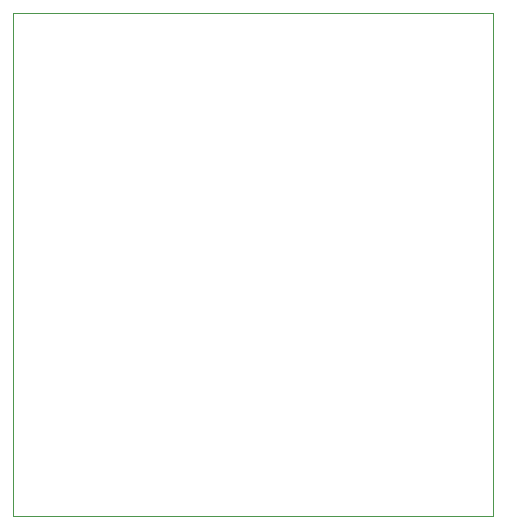
<source format=gko>
%FSLAX34Y34*%
G04 Gerber Fmt 3.4, Leading zero omitted, Abs format*
G04 (created by PCBNEW (2014-01-30 BZR 4648)-product) date Sun Feb 23 14:33:07 2014*
%MOIN*%
G01*
G70*
G90*
G04 APERTURE LIST*
%ADD10C,0.013780*%
%ADD11C,0.003937*%
G04 APERTURE END LIST*
G54D10*
G54D11*
X16000Y16750D02*
X0Y16750D01*
X16000Y0D02*
X16000Y16750D01*
X0Y0D02*
X16000Y0D01*
X0Y16750D02*
X0Y0D01*
M02*

</source>
